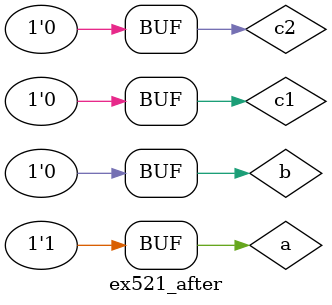
<source format=sv>
module ex521_after;

// See readme.sv

// Using Icarus, the following versions of
// the second always block result in "same":
//
// always @(*)
//  c1 = a & b;
//
// always @(a or b)
//  c1 = a & b;
//
// always_comb
//  c1 = a & b;
//
// Whereas the following version results
// in "different":
//
// always @(posedge a or negedge a or
//          posedge a or negedge a)
//  c1 = a & b;

logic a, b, c1;

wire c2;

assign c2 = a & b;

initial begin
 a = 1; b = 0; #0;

 if (c1 == c2)
  $display("same");
 else
  $display("different");
end

always @(*)
 c1 = a & b;

endmodule

</source>
